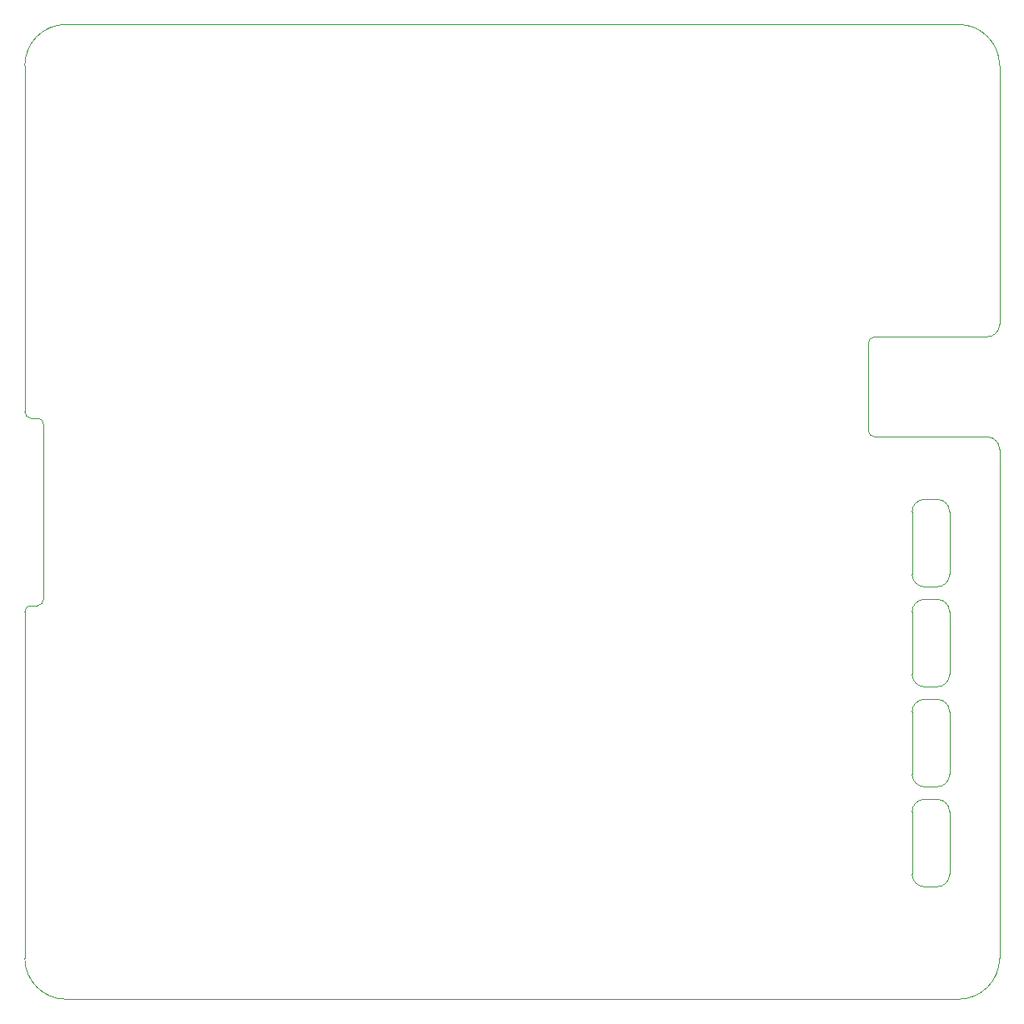
<source format=gm1>
G04 #@! TF.GenerationSoftware,KiCad,Pcbnew,5.0.0-rc2-dev-unknown-1cd6477~63~ubuntu16.04.1*
G04 #@! TF.CreationDate,2018-03-26T19:24:23+05:30*
G04 #@! TF.ProjectId,wyostat,77796F737461742E6B696361645F7063,rev?*
G04 #@! TF.SameCoordinates,Original*
G04 #@! TF.FileFunction,Profile,NP*
%FSLAX46Y46*%
G04 Gerber Fmt 4.6, Leading zero omitted, Abs format (unit mm)*
G04 Created by KiCad (PCBNEW 5.0.0-rc2-dev-unknown-1cd6477~63~ubuntu16.04.1) date Mon Mar 26 19:24:23 2018*
%MOMM*%
%LPD*%
G01*
G04 APERTURE LIST*
%ADD10C,0.076200*%
G04 APERTURE END LIST*
D10*
X31750000Y-125730000D02*
X31750000Y-125730000D01*
X31750000Y-91440000D02*
X31750000Y-126619000D01*
X31750000Y-91440000D02*
G75*
G02X32385000Y-90805000I635000J0D01*
G01*
X33655000Y-90170000D02*
G75*
G02X33020000Y-90805000I-635000J0D01*
G01*
X33020000Y-71755000D02*
G75*
G02X33655000Y-72390000I0J-635000D01*
G01*
X32385000Y-71755000D02*
G75*
G02X31750000Y-71120000I0J635000D01*
G01*
X33020000Y-71755000D02*
X32385000Y-71755000D01*
X33020000Y-90805000D02*
X32385000Y-90805000D01*
X33655000Y-81280000D02*
X33655000Y-90170000D01*
X33655000Y-81280000D02*
X33655000Y-72390000D01*
X125730000Y-118110000D02*
G75*
G02X124460000Y-119380000I-1270000J0D01*
G01*
X123190000Y-119380000D02*
G75*
G02X121920000Y-118110000I0J1270000D01*
G01*
X124460000Y-110490000D02*
G75*
G02X125730000Y-111760000I0J-1270000D01*
G01*
X121920000Y-111760000D02*
G75*
G02X123190000Y-110490000I1270000J0D01*
G01*
X125730000Y-107950000D02*
G75*
G02X124460000Y-109220000I-1270000J0D01*
G01*
X123190000Y-109220000D02*
G75*
G02X121920000Y-107950000I0J1270000D01*
G01*
X124460000Y-100330000D02*
G75*
G02X125730000Y-101600000I0J-1270000D01*
G01*
X121920000Y-101600000D02*
G75*
G02X123190000Y-100330000I1270000J0D01*
G01*
X125730000Y-97790000D02*
G75*
G02X124460000Y-99060000I-1270000J0D01*
G01*
X123190000Y-99060000D02*
G75*
G02X121920000Y-97790000I0J1270000D01*
G01*
X124460000Y-90170000D02*
G75*
G02X125730000Y-91440000I0J-1270000D01*
G01*
X121920000Y-91440000D02*
G75*
G02X123190000Y-90170000I1270000J0D01*
G01*
X125730000Y-87630000D02*
G75*
G02X124460000Y-88900000I-1270000J0D01*
G01*
X123190000Y-88900000D02*
G75*
G02X121920000Y-87630000I0J1270000D01*
G01*
X124460000Y-80010000D02*
G75*
G02X125730000Y-81280000I0J-1270000D01*
G01*
X121920000Y-81280000D02*
G75*
G02X123190000Y-80010000I1270000J0D01*
G01*
X124460000Y-80010000D02*
X124460000Y-80010000D01*
X123190000Y-80010000D02*
X124460000Y-80010000D01*
X124460000Y-88900000D02*
X124460000Y-88900000D01*
X123190000Y-88900000D02*
X124460000Y-88900000D01*
X124460000Y-90170000D02*
X124460000Y-90170000D01*
X123190000Y-90170000D02*
X124460000Y-90170000D01*
X124460000Y-99060000D02*
X124460000Y-99060000D01*
X123190000Y-99060000D02*
X124460000Y-99060000D01*
X124460000Y-100330000D02*
X124460000Y-100330000D01*
X123190000Y-100330000D02*
X124460000Y-100330000D01*
X123190000Y-119380000D02*
X124460000Y-119380000D01*
X123190000Y-110490000D02*
X123190000Y-110490000D01*
X124460000Y-110490000D02*
X123190000Y-110490000D01*
X124460000Y-109220000D02*
X124460000Y-109220000D01*
X123190000Y-109220000D02*
X124460000Y-109220000D01*
X125730000Y-117475000D02*
X125730000Y-117475000D01*
X125730000Y-111760000D02*
X125730000Y-118110000D01*
X125730000Y-107950000D02*
X125730000Y-107950000D01*
X125730000Y-101600000D02*
X125730000Y-107950000D01*
X125730000Y-97790000D02*
X125730000Y-97790000D01*
X125730000Y-91440000D02*
X125730000Y-97790000D01*
X121920000Y-117475000D02*
X121920000Y-117475000D01*
X121920000Y-111760000D02*
X121920000Y-118110000D01*
X121920000Y-107950000D02*
X121920000Y-107950000D01*
X121920000Y-101600000D02*
X121920000Y-107950000D01*
X121920000Y-97790000D02*
X121920000Y-97790000D01*
X121920000Y-91440000D02*
X121920000Y-97790000D01*
X125730000Y-81280000D02*
X125730000Y-81280000D01*
X125730000Y-87630000D02*
X125730000Y-81280000D01*
X121920000Y-87630000D02*
X121920000Y-87630000D01*
X121920000Y-81280000D02*
X121920000Y-87630000D01*
X130810000Y-36830000D02*
X130810000Y-36830000D01*
X130810000Y-62230000D02*
X130810000Y-35941000D01*
X129540000Y-73660000D02*
G75*
G02X130810000Y-74930000I0J-1270000D01*
G01*
X130810000Y-62230000D02*
G75*
G02X129540000Y-63500000I-1270000J0D01*
G01*
X117475000Y-64135000D02*
G75*
G02X118110000Y-63500000I635000J0D01*
G01*
X118110000Y-73660000D02*
G75*
G02X117475000Y-73025000I0J635000D01*
G01*
X118110000Y-73660000D02*
X129540000Y-73660000D01*
X117475000Y-68580000D02*
X117475000Y-73025000D01*
X118110000Y-63500000D02*
X129540000Y-63500000D01*
X117475000Y-68580000D02*
X117475000Y-64135000D01*
X35941000Y-130810000D02*
G75*
G02X31750000Y-126619000I0J4191000D01*
G01*
X130810000Y-126619000D02*
G75*
G02X126619000Y-130810000I-4191000J0D01*
G01*
X126619000Y-31750000D02*
G75*
G02X130810000Y-35941000I0J-4191000D01*
G01*
X31750000Y-35941000D02*
G75*
G02X35941000Y-31750000I4191000J0D01*
G01*
X130810000Y-74930000D02*
X130810000Y-126619000D01*
X35941000Y-130810000D02*
X126619000Y-130810000D01*
X31750000Y-35941000D02*
X31750000Y-71120000D01*
X35941000Y-31750000D02*
X126619000Y-31750000D01*
M02*

</source>
